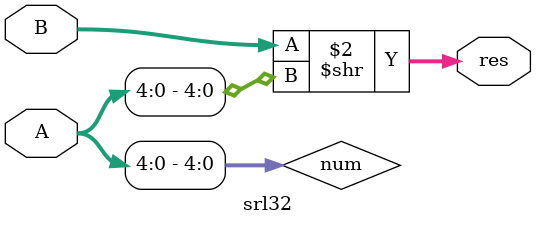
<source format=v>
`timescale 1ns / 1ps


module srl32(
    input wire[31:0]A,
    input wire[31:0]B,
    output reg[31:0]res
    );
    wire [4:0]num=A[4:0];
    always @* begin
     res=( B >> num );
    end
endmodule

</source>
